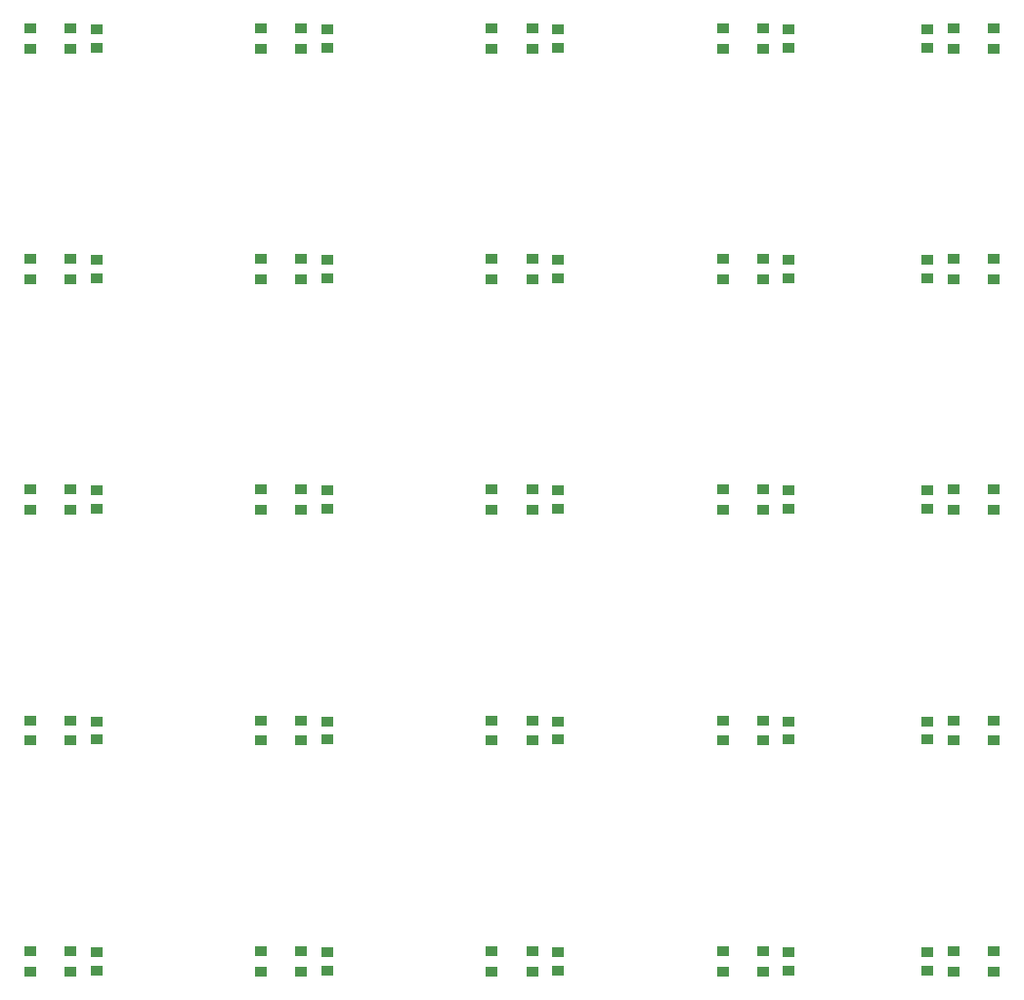
<source format=gtp>
G04*
G04 #@! TF.GenerationSoftware,Altium Limited,Altium Designer,18.1.7 (191)*
G04*
G04 Layer_Color=8421504*
%FSLAX25Y25*%
%MOIN*%
G70*
G01*
G75*
%ADD12R,0.04016X0.03701*%
%ADD13R,0.03937X0.03347*%
D12*
X338583Y42480D02*
D03*
Y36260D02*
D03*
X291339Y42480D02*
D03*
Y36260D02*
D03*
X212598Y42480D02*
D03*
Y36260D02*
D03*
X133858Y42480D02*
D03*
Y36260D02*
D03*
X55118Y42480D02*
D03*
Y36260D02*
D03*
Y121221D02*
D03*
Y115000D02*
D03*
X133858Y121221D02*
D03*
Y115000D02*
D03*
X212598Y121221D02*
D03*
Y115000D02*
D03*
X291339Y121221D02*
D03*
Y115000D02*
D03*
X338583Y121221D02*
D03*
Y115000D02*
D03*
X55118Y199961D02*
D03*
Y193740D02*
D03*
X133858Y199961D02*
D03*
Y193740D02*
D03*
X212598Y199961D02*
D03*
Y193740D02*
D03*
X291339Y199961D02*
D03*
Y193740D02*
D03*
X338583Y199961D02*
D03*
Y193740D02*
D03*
X55118Y278701D02*
D03*
Y272480D02*
D03*
X133858Y278701D02*
D03*
Y272480D02*
D03*
X212598Y278701D02*
D03*
Y272480D02*
D03*
X291339Y278701D02*
D03*
Y272480D02*
D03*
X338583Y278701D02*
D03*
Y272480D02*
D03*
Y351220D02*
D03*
Y357441D02*
D03*
X291339Y351220D02*
D03*
Y357441D02*
D03*
X212598Y351220D02*
D03*
Y357441D02*
D03*
X133858Y351220D02*
D03*
Y357441D02*
D03*
X55118D02*
D03*
Y351220D02*
D03*
D13*
X347441Y357776D02*
D03*
X361221D02*
D03*
X347441Y350886D02*
D03*
X361221D02*
D03*
X268701Y357776D02*
D03*
X282480D02*
D03*
X268701Y350886D02*
D03*
X282480D02*
D03*
X189961Y357776D02*
D03*
X203740D02*
D03*
X189961Y350886D02*
D03*
X203740D02*
D03*
X111221Y357776D02*
D03*
X125000D02*
D03*
X111221Y350886D02*
D03*
X125000D02*
D03*
X32480Y357776D02*
D03*
X46260D02*
D03*
X32480Y350886D02*
D03*
X46260D02*
D03*
X32480Y279035D02*
D03*
X46260D02*
D03*
X32480Y272146D02*
D03*
X46260D02*
D03*
X111221Y279035D02*
D03*
X125000D02*
D03*
X111221Y272146D02*
D03*
X125000D02*
D03*
X189961Y279035D02*
D03*
X203740D02*
D03*
X189961Y272146D02*
D03*
X203740D02*
D03*
X268701Y279035D02*
D03*
X282480D02*
D03*
X268701Y272146D02*
D03*
X282480D02*
D03*
X347441Y279035D02*
D03*
X361221D02*
D03*
X347441Y272146D02*
D03*
X361221D02*
D03*
X347441Y200295D02*
D03*
X361221D02*
D03*
X347441Y193405D02*
D03*
X361221D02*
D03*
X268701Y200295D02*
D03*
X282480D02*
D03*
X268701Y193405D02*
D03*
X282480D02*
D03*
X189961Y200295D02*
D03*
X203740D02*
D03*
X189961Y193405D02*
D03*
X203740D02*
D03*
X111221Y200295D02*
D03*
X125000D02*
D03*
X111221Y193405D02*
D03*
X125000D02*
D03*
X32480Y200295D02*
D03*
X46260D02*
D03*
X32480Y193405D02*
D03*
X46260D02*
D03*
X32480Y121555D02*
D03*
X46260D02*
D03*
X32480Y114665D02*
D03*
X46260D02*
D03*
X111221Y121555D02*
D03*
X125000D02*
D03*
X111221Y114665D02*
D03*
X125000D02*
D03*
X189961Y121555D02*
D03*
X203740D02*
D03*
X189961Y114665D02*
D03*
X203740D02*
D03*
X268701Y121555D02*
D03*
X282480D02*
D03*
X268701Y114665D02*
D03*
X282480D02*
D03*
X347441Y121555D02*
D03*
X361221D02*
D03*
X347441Y114665D02*
D03*
X361221D02*
D03*
X347441Y42815D02*
D03*
X361221D02*
D03*
X347441Y35925D02*
D03*
X361221D02*
D03*
X268701Y42815D02*
D03*
X282480D02*
D03*
X268701Y35925D02*
D03*
X282480D02*
D03*
X189961Y42815D02*
D03*
X203740D02*
D03*
X189961Y35925D02*
D03*
X203740D02*
D03*
X111221Y42815D02*
D03*
X125000D02*
D03*
X111221Y35925D02*
D03*
X125000D02*
D03*
X32480Y42815D02*
D03*
X46260D02*
D03*
X32480Y35925D02*
D03*
X46260D02*
D03*
M02*

</source>
